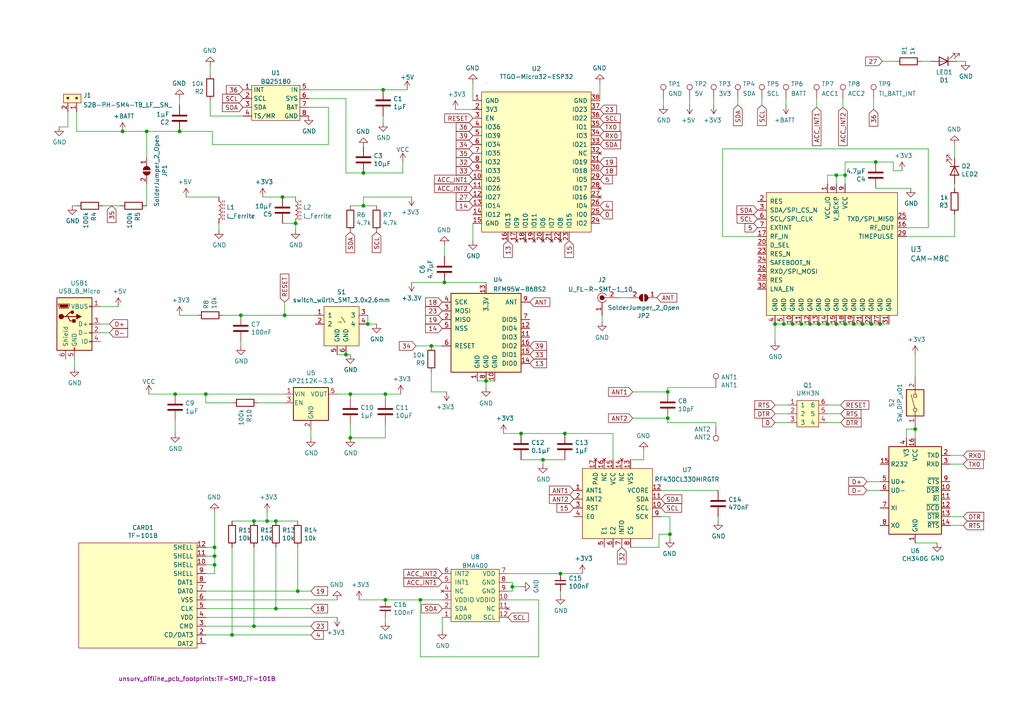
<source format=kicad_sch>
(kicad_sch (version 20231120) (generator "eeschema") (generator_version "8.0")
  (paper "A4")
  (title_block (title "unsurv offline") (date "2021-05-14") (rev "0.2") (company "unsurv") (comment 1 "on 4.5 cm x 3 cm PCB"))
  (junction (at 254 46.99))
  (junction (at 85.725 64.77))
  (junction (at 105.41 50.165))
  (junction (at 111.76 173.99))
  (junction (at 194.31 154.94))
  (junction (at 101.6 127))
  (junction (at 59.69 114.3))
  (junction (at 193.675 121.285))
  (junction (at 67.31 184.15))
  (junction (at 232.41 93.98))
  (junction (at 73.66 181.61))
  (junction (at 247.65 93.98))
  (junction (at 151.13 125.73))
  (junction (at 111.76 114.3))
  (junction (at 82.55 91.44))
  (junction (at 105.41 59.69))
  (junction (at 163.83 125.73))
  (junction (at 193.675 113.665))
  (junction (at 80.01 151.13))
  (junction (at 252.73 93.98))
  (junction (at 80.01 176.53))
  (junction (at 50.8 114.3))
  (junction (at 245.11 93.98))
  (junction (at 224.79 93.98))
  (junction (at 237.49 93.98))
  (junction (at 240.03 93.98))
  (junction (at 157.48 133.35))
  (junction (at 100.33 102.87))
  (junction (at 229.87 93.98))
  (junction (at 128.905 81.915))
  (junction (at 121.92 173.99))
  (junction (at 255.27 93.98))
  (junction (at 125.095 100.33))
  (junction (at 106.68 93.98))
  (junction (at 35.56 38.1))
  (junction (at 227.33 93.98))
  (junction (at 73.66 151.13))
  (junction (at 148.59 170.18))
  (junction (at 42.545 38.1))
  (junction (at 77.47 151.13))
  (junction (at 234.95 93.98))
  (junction (at 242.57 50.8))
  (junction (at 52.07 38.1))
  (junction (at 69.85 91.44))
  (junction (at 81.915 57.15))
  (junction (at 162.56 166.37))
  (junction (at 265.43 124.46))
  (junction (at 250.19 93.98))
  (junction (at 101.6 114.3))
  (junction (at 245.11 50.8))
  (junction (at 242.57 93.98))
  (junction (at 62.23 158.75))
  (junction (at 111.125 26.035))
  (junction (at 86.36 171.45))
  (junction (at 62.23 163.83))
  (junction (at 62.23 161.29))
  (junction (at 140.97 110.49))
  (wire (pts (xy 64.77 91.44) (xy 69.85 91.44)))
  (wire (pts (xy 89.535 26.035) (xy 111.125 26.035)))
  (wire (pts (xy 119.38 57.15) (xy 105.41 57.15)))
  (wire (pts (xy 280.035 17.78) (xy 277.495 17.78)))
  (wire (pts (xy 125.095 100.33) (xy 128.27 100.33)))
  (wire (pts (xy 100.33 28.575) (xy 100.33 50.165)))
  (wire (pts (xy 80.01 151.13) (xy 77.47 151.13)))
  (wire (pts (xy 245.11 50.8) (xy 245.11 53.34)))
  (wire (pts (xy 208.28 149.86) (xy 208.28 151.13)))
  (wire (pts (xy 109.22 93.98) (xy 106.68 93.98)))
  (wire (pts (xy 224.79 93.98) (xy 227.33 93.98)))
  (wire (pts (xy 121.92 190.5) (xy 121.92 173.99)))
  (wire (pts (xy 128.905 71.12) (xy 128.905 74.295)))
  (wire (pts (xy 177.8 125.73) (xy 163.83 125.73)))
  (wire (pts (xy 182.88 158.75) (xy 191.135 158.75)))
  (wire (pts (xy 50.8 114.3) (xy 59.69 114.3)))
  (wire (pts (xy 207.645 112.395) (xy 193.675 112.395)))
  (wire (pts (xy 247.65 93.98) (xy 250.19 93.98)))
  (wire (pts (xy 242.57 53.34) (xy 242.57 50.8)))
  (wire (pts (xy 250.19 93.98) (xy 252.73 93.98)))
  (wire (pts (xy 276.86 45.72) (xy 276.86 41.91)))
  (wire (pts (xy 101.6 114.3) (xy 111.76 114.3)))
  (wire (pts (xy 111.125 26.035) (xy 118.11 26.035)))
  (wire (pts (xy 243.84 117.475) (xy 240.03 117.475)))
  (wire (pts (xy 253.365 28.575) (xy 253.365 31.75)))
  (wire (pts (xy 43.18 114.3) (xy 50.8 114.3)))
  (wire (pts (xy 61.595 41.91) (xy 61.595 38.1)))
  (wire (pts (xy 237.49 93.98) (xy 240.03 93.98)))
  (wire (pts (xy 90.17 171.45) (xy 86.36 171.45)))
  (wire (pts (xy 104.14 173.99) (xy 111.76 173.99)))
  (wire (pts (xy 111.76 123.19) (xy 111.76 127)))
  (wire (pts (xy 276.86 68.58) (xy 276.86 62.23)))
  (wire (pts (xy 191.135 154.94) (xy 194.31 154.94)))
  (wire (pts (xy 207.645 123.825) (xy 207.645 122.555)))
  (wire (pts (xy 252.73 93.98) (xy 255.27 93.98)))
  (wire (pts (xy 229.87 93.98) (xy 232.41 93.98)))
  (wire (pts (xy 193.675 121.285) (xy 193.675 122.555)))
  (wire (pts (xy 255.27 142.24) (xy 251.46 142.24)))
  (wire (pts (xy 81.915 64.77) (xy 85.725 64.77)))
  (wire (pts (xy 59.69 114.3) (xy 82.55 114.3)))
  (wire (pts (xy 191.135 158.75) (xy 191.135 154.94)))
  (wire (pts (xy 81.915 57.15) (xy 85.725 57.15)))
  (wire (pts (xy 42.545 38.1) (xy 42.545 45.72)))
  (wire (pts (xy 34.925 59.69) (xy 29.845 59.69)))
  (wire (pts (xy 137.16 31.75) (xy 132.08 31.75)))
  (wire (pts (xy 157.48 133.35) (xy 157.48 134.62)))
  (wire (pts (xy 255.27 93.98) (xy 257.81 93.98)))
  (wire (pts (xy 209.55 43.18) (xy 209.55 68.58)))
  (wire (pts (xy 207.01 28.575) (xy 207.01 30.48)))
  (wire (pts (xy 85.725 64.77) (xy 85.725 66.675)))
  (wire (pts (xy 227.965 28.575) (xy 227.965 30.48)))
  (wire (pts (xy 240.03 93.98) (xy 242.57 93.98)))
  (wire (pts (xy 240.03 122.555) (xy 243.84 122.555)))
  (wire (pts (xy 82.55 87.63) (xy 82.55 91.44)))
  (wire (pts (xy 259.715 17.78) (xy 255.905 17.78)))
  (wire (pts (xy 59.69 166.37) (xy 62.23 166.37)))
  (wire (pts (xy 76.2 57.15) (xy 81.915 57.15)))
  (wire (pts (xy 60.96 33.655) (xy 70.485 33.655)))
  (wire (pts (xy 279.4 132.08) (xy 275.59 132.08)))
  (wire (pts (xy 193.675 122.555) (xy 207.645 122.555)))
  (wire (pts (xy 67.31 116.84) (xy 59.69 116.84)))
  (wire (pts (xy 119.38 81.915) (xy 128.905 81.915)))
  (wire (pts (xy 90.17 184.15) (xy 67.31 184.15)))
  (wire (pts (xy 228.6 122.555) (xy 224.79 122.555)))
  (wire (pts (xy 31.75 96.52) (xy 29.21 96.52)))
  (wire (pts (xy 35.56 38.1) (xy 42.545 38.1)))
  (wire (pts (xy 101.6 59.69) (xy 105.41 59.69)))
  (wire (pts (xy 53.975 57.15) (xy 63.5 57.15)))
  (wire (pts (xy 89.535 31.115) (xy 95.25 31.115)))
  (wire (pts (xy 34.29 88.9) (xy 29.21 88.9)))
  (wire (pts (xy 63.5 64.77) (xy 63.5 66.675)))
  (wire (pts (xy 82.55 116.84) (xy 74.93 116.84)))
  (wire (pts (xy 59.69 181.61) (xy 73.66 181.61)))
  (wire (pts (xy 255.27 139.7) (xy 251.46 139.7)))
  (wire (pts (xy 97.79 114.3) (xy 101.6 114.3)))
  (wire (pts (xy 86.36 171.45) (xy 59.69 171.45)))
  (wire (pts (xy 269.24 66.04) (xy 269.24 43.18)))
  (wire (pts (xy 59.69 158.75) (xy 62.23 158.75)))
  (wire (pts (xy 22.225 59.69) (xy 20.955 59.69)))
  (wire (pts (xy 192.405 28.575) (xy 192.405 30.48)))
  (wire (pts (xy 243.84 120.015) (xy 240.03 120.015)))
  (wire (pts (xy 279.4 152.4) (xy 275.59 152.4)))
  (wire (pts (xy 259.08 46.99) (xy 254 46.99)))
  (wire (pts (xy 148.59 168.91) (xy 148.59 170.18)))
  (wire (pts (xy 156.21 190.5) (xy 121.92 190.5)))
  (wire (pts (xy 60.96 19.05) (xy 60.96 21.59)))
  (wire (pts (xy 193.675 112.395) (xy 193.675 113.665)))
  (wire (pts (xy 106.68 91.44) (xy 106.68 93.98)))
  (wire (pts (xy 194.31 154.94) (xy 194.31 156.21)))
  (wire (pts (xy 151.13 133.35) (xy 157.48 133.35)))
  (wire (pts (xy 97.79 179.07) (xy 59.69 179.07)))
  (wire (pts (xy 111.76 115.57) (xy 111.76 114.3)))
  (wire (pts (xy 245.11 93.98) (xy 247.65 93.98)))
  (wire (pts (xy 59.69 161.29) (xy 62.23 161.29)))
  (wire (pts (xy 245.11 46.99) (xy 245.11 50.8)))
  (wire (pts (xy 67.31 184.15) (xy 59.69 184.15)))
  (wire (pts (xy 111.76 127) (xy 101.6 127)))
  (wire (pts (xy 69.85 99.06) (xy 69.85 100.33)))
  (wire (pts (xy 80.01 158.75) (xy 80.01 176.53)))
  (wire (pts (xy 86.36 158.75) (xy 86.36 171.45)))
  (wire (pts (xy 276.86 54.61) (xy 276.86 53.34)))
  (wire (pts (xy 269.875 17.78) (xy 267.335 17.78)))
  (wire (pts (xy 128.905 81.915) (xy 140.97 81.915)))
  (wire (pts (xy 111.76 173.99) (xy 121.92 173.99)))
  (wire (pts (xy 265.43 124.46) (xy 265.43 127)))
  (wire (pts (xy 140.97 110.49) (xy 143.51 110.49)))
  (wire (pts (xy 100.33 102.87) (xy 101.6 102.87)))
  (wire (pts (xy 148.59 170.18) (xy 151.13 170.18)))
  (wire (pts (xy 269.24 43.18) (xy 209.55 43.18)))
  (wire (pts (xy 140.97 110.49) (xy 140.97 112.395)))
  (wire (pts (xy 191.77 149.86) (xy 194.31 149.86)))
  (wire (pts (xy 262.89 127) (xy 262.89 124.46)))
  (wire (pts (xy 259.08 49.53) (xy 259.08 46.99)))
  (wire (pts (xy 105.41 59.69) (xy 109.22 59.69)))
  (wire (pts (xy 137.16 29.21) (xy 137.16 24.13)))
  (wire (pts (xy 52.07 38.1) (xy 61.595 38.1)))
  (wire (pts (xy 200.025 28.575) (xy 200.025 30.48)))
  (wire (pts (xy 125.095 107.95) (xy 125.095 113.665)))
  (wire (pts (xy 140.97 81.915) (xy 140.97 82.55)))
  (wire (pts (xy 168.91 166.37) (xy 162.56 166.37)))
  (wire (pts (xy 95.25 31.115) (xy 95.25 41.91)))
  (wire (pts (xy 101.6 115.57) (xy 101.6 114.3)))
  (wire (pts (xy 183.515 121.285) (xy 193.675 121.285)))
  (wire (pts (xy 261.62 49.53) (xy 259.08 49.53)))
  (wire (pts (xy 163.83 125.73) (xy 151.13 125.73)))
  (wire (pts (xy 101.6 127) (xy 101.6 123.19)))
  (wire (pts (xy 265.43 102.87) (xy 265.43 109.22)))
  (wire (pts (xy 52.07 91.44) (xy 57.15 91.44)))
  (wire (pts (xy 271.78 157.48) (xy 265.43 157.48)))
  (wire (pts (xy 148.59 171.45) (xy 148.59 170.18)))
  (wire (pts (xy 121.92 173.99) (xy 128.27 173.99)))
  (wire (pts (xy 95.25 41.91) (xy 61.595 41.91)))
  (wire (pts (xy 240.03 50.8) (xy 242.57 50.8)))
  (wire (pts (xy 42.545 38.1) (xy 52.07 38.1)))
  (wire (pts (xy 279.4 134.62) (xy 275.59 134.62)))
  (wire (pts (xy 62.23 148.59) (xy 62.23 158.75)))
  (wire (pts (xy 242.57 93.98) (xy 245.11 93.98)))
  (wire (pts (xy 137.16 64.77) (xy 137.16 69.85)))
  (wire (pts (xy 22.225 38.1) (xy 22.225 32.385)))
  (wire (pts (xy 60.96 33.655) (xy 60.96 29.21)))
  (wire (pts (xy 220.98 28.575) (xy 220.98 30.48)))
  (wire (pts (xy 146.05 125.73) (xy 151.13 125.73)))
  (wire (pts (xy 105.41 50.165) (xy 116.84 50.165)))
  (wire (pts (xy 120.65 100.33) (xy 125.095 100.33)))
  (wire (pts (xy 111.76 179.07) (xy 111.76 180.34)))
  (wire (pts (xy 97.79 102.87) (xy 100.33 102.87)))
  (wire (pts (xy 21.59 106.68) (xy 21.59 104.14)))
  (wire (pts (xy 227.33 93.98) (xy 229.87 93.98)))
  (wire (pts (xy 19.685 36.83) (xy 17.145 36.83)))
  (wire (pts (xy 111.76 114.3) (xy 116.205 114.3)))
  (wire (pts (xy 52.07 28.575) (xy 52.07 30.48)))
  (wire (pts (xy 224.79 99.06) (xy 224.79 93.98)))
  (wire (pts (xy 262.89 68.58) (xy 276.86 68.58)))
  (wire (pts (xy 73.66 158.75) (xy 73.66 181.61)))
  (wire (pts (xy 240.03 53.34) (xy 240.03 50.8)))
  (wire (pts (xy 62.23 158.75) (xy 62.23 161.29)))
  (wire (pts (xy 82.55 91.44) (xy 91.44 91.44)))
  (wire (pts (xy 228.6 117.475) (xy 224.79 117.475)))
  (wire (pts (xy 90.17 176.53) (xy 80.01 176.53)))
  (wire (pts (xy 173.99 29.21) (xy 173.99 24.13)))
  (wire (pts (xy 186.69 130.81) (xy 186.69 133.35)))
  (wire (pts (xy 50.8 125.73) (xy 50.8 121.92)))
  (wire (pts (xy 209.55 68.58) (xy 219.71 68.58)))
  (wire (pts (xy 254 54.61) (xy 264.16 54.61)))
  (wire (pts (xy 262.89 124.46) (xy 265.43 124.46)))
  (wire (pts (xy 147.32 171.45) (xy 148.59 171.45)))
  (wire (pts (xy 177.8 133.35) (xy 177.8 125.73)))
  (wire (pts (xy 156.21 173.99) (xy 156.21 190.5)))
  (wire (pts (xy 147.32 168.91) (xy 148.59 168.91)))
  (wire (pts (xy 89.535 28.575) (xy 100.33 28.575)))
  (wire (pts (xy 42.545 53.34) (xy 42.545 59.69)))
  (wire (pts (xy 69.85 91.44) (xy 82.55 91.44)))
  (wire (pts (xy 116.84 50.165) (xy 116.84 46.99)))
  (wire (pts (xy 236.855 28.575) (xy 236.855 31.115)))
  (wire (pts (xy 213.995 28.575) (xy 213.995 30.48)))
  (wire (pts (xy 97.79 173.99) (xy 59.69 173.99)))
  (wire (pts (xy 73.66 181.61) (xy 90.17 181.61)))
  (wire (pts (xy 67.31 158.75) (xy 67.31 184.15)))
  (wire (pts (xy 279.4 149.86) (xy 275.59 149.86)))
  (wire (pts (xy 77.47 151.13) (xy 77.47 148.59)))
  (wire (pts (xy 242.57 50.8) (xy 245.11 50.8)))
  (wire (pts (xy 80.01 176.53) (xy 59.69 176.53)))
  (wire (pts (xy 179.705 86.36) (xy 182.88 86.36)))
  (wire (pts (xy 244.475 28.575) (xy 244.475 31.115)))
  (wire (pts (xy 19.685 32.385) (xy 19.685 36.83)))
  (wire (pts (xy 138.43 110.49) (xy 140.97 110.49)))
  (wire (pts (xy 100.33 50.165) (xy 105.41 50.165)))
  (wire (pts (xy 35.56 38.1) (xy 22.225 38.1)))
  (wire (pts (xy 186.69 133.35) (xy 182.88 133.35)))
  (wire (pts (xy 59.69 116.84) (xy 59.69 114.3)))
  (wire (pts (xy 31.75 93.98) (xy 29.21 93.98)))
  (wire (pts (xy 191.77 142.24) (xy 208.28 142.24)))
  (wire (pts (xy 234.95 93.98) (xy 237.49 93.98)))
  (wire (pts (xy 59.69 163.83) (xy 62.23 163.83)))
  (wire (pts (xy 62.23 163.83) (xy 62.23 166.37)))
  (wire (pts (xy 147.32 166.37) (xy 162.56 166.37)))
  (wire (pts (xy 163.83 133.35) (xy 157.48 133.35)))
  (wire (pts (xy 147.32 173.99) (xy 156.21 173.99)))
  (wire (pts (xy 86.36 151.13) (xy 80.01 151.13)))
  (wire (pts (xy 183.515 113.665) (xy 193.675 113.665)))
  (wire (pts (xy 62.23 161.29) (xy 62.23 163.83)))
  (wire (pts (xy 129.54 113.665) (xy 125.095 113.665)))
  (wire (pts (xy 174.625 91.44) (xy 174.625 93.345)))
  (wire (pts (xy 67.31 151.13) (xy 73.66 151.13)))
  (wire (pts (xy 111.125 35.56) (xy 111.125 33.655)))
  (wire (pts (xy 162.56 171.45) (xy 162.56 172.72)))
  (wire (pts (xy 105.41 57.15) (xy 105.41 59.69)))
  (wire (pts (xy 232.41 93.98) (xy 234.95 93.98)))
  (wire (pts (xy 194.31 149.86) (xy 194.31 154.94)))
  (wire (pts (xy 228.6 120.015) (xy 224.79 120.015)))
  (wire (pts (xy 254 46.99) (xy 245.11 46.99)))
  (wire (pts (xy 73.66 151.13) (xy 77.47 151.13)))
  (wire (pts (xy 90.17 124.46) (xy 90.17 127)))
  (wire (pts (xy 128.27 179.07) (xy 128.27 182.88)))
  (wire (pts (xy 262.89 66.04) (xy 269.24 66.04)))
  (global_label "RX0" (shape input) (at 173.99 39.37 0) (property "Intersheetrefs" "${INTERSHEET_REFS}" (effects (hide yes))))
  (global_label "ACC_INT1" (shape input) (at 128.27 168.91 180) (property "Intersheetrefs" "${INTERSHEET_REFS}" (effects (hide yes))))
  (global_label "34" (shape input) (at 120.65 100.33 180) (property "Intersheetrefs" "${INTERSHEET_REFS}" (effects (hide yes))))
  (global_label "SDA" (shape input) (at 219.71 60.96 180) (property "Intersheetrefs" "${INTERSHEET_REFS}" (effects (hide yes))))
  (global_label "18" (shape input) (at 173.99 49.53 0) (property "Intersheetrefs" "${INTERSHEET_REFS}" (effects (hide yes))))
  (global_label "18" (shape input) (at 128.27 87.63 180) (property "Intersheetrefs" "${INTERSHEET_REFS}" (effects (hide yes))))
  (global_label "13" (shape input) (at 147.32 69.85 270) (property "Intersheetrefs" "${INTERSHEET_REFS}" (effects (hide yes))))
  (global_label "ACC_INT2" (shape input) (at 137.16 54.61 180) (property "Intersheetrefs" "${INTERSHEET_REFS}" (effects (hide yes))))
  (global_label "TX0" (shape input) (at 173.99 36.83 0) (property "Intersheetrefs" "${INTERSHEET_REFS}" (effects (hide yes))))
  (global_label "SDA" (shape input) (at 70.485 31.115 180) (property "Intersheetrefs" "${INTERSHEET_REFS}" (effects (hide yes))))
  (global_label "36" (shape input) (at 70.485 26.035 180) (property "Intersheetrefs" "${INTERSHEET_REFS}" (effects (hide yes))))
  (global_label "15" (shape input) (at 166.37 147.32 180) (property "Intersheetrefs" "${INTERSHEET_REFS}" (effects (hide yes))))
  (global_label "RESET" (shape input) (at 243.84 117.475 0) (property "Intersheetrefs" "${INTERSHEET_REFS}" (effects (hide yes))))
  (global_label "ACC_INT2" (shape input) (at 244.475 31.115 270) (property "Intersheetrefs" "${INTERSHEET_REFS}" (effects (hide yes))))
  (global_label "SDA" (shape input) (at 173.99 41.91 0) (property "Intersheetrefs" "${INTERSHEET_REFS}" (effects (hide yes))))
  (global_label "ANT1" (shape input) (at 166.37 142.24 180) (property "Intersheetrefs" "${INTERSHEET_REFS}" (effects (hide yes))))
  (global_label "D-" (shape input) (at 251.46 142.24 180) (property "Intersheetrefs" "${INTERSHEET_REFS}" (effects (hide yes))))
  (global_label "RTS" (shape input) (at 224.79 117.475 180) (property "Intersheetrefs" "${INTERSHEET_REFS}" (effects (hide yes))))
  (global_label "ANT2" (shape input) (at 166.37 144.78 180) (property "Intersheetrefs" "${INTERSHEET_REFS}" (effects (hide yes))))
  (global_label "33" (shape input) (at 153.67 102.87 0) (property "Intersheetrefs" "${INTERSHEET_REFS}" (effects (hide yes))))
  (global_label "19" (shape input) (at 128.27 92.71 180) (property "Intersheetrefs" "${INTERSHEET_REFS}" (effects (hide yes))))
  (global_label "4" (shape input) (at 173.99 59.69 0) (property "Intersheetrefs" "${INTERSHEET_REFS}" (effects (hide yes))))
  (global_label "RESET" (shape input) (at 82.55 87.63 90) (property "Intersheetrefs" "${INTERSHEET_REFS}" (effects (hide yes))))
  (global_label "39" (shape input) (at 153.67 100.33 0) (property "Intersheetrefs" "${INTERSHEET_REFS}" (effects (hide yes))))
  (global_label "5" (shape input) (at 173.99 52.07 0) (property "Intersheetrefs" "${INTERSHEET_REFS}" (effects (hide yes))))
  (global_label "DTR" (shape input) (at 224.79 120.015 180) (property "Intersheetrefs" "${INTERSHEET_REFS}" (effects (hide yes))))
  (global_label "23" (shape input) (at 173.99 31.75 0) (property "Intersheetrefs" "${INTERSHEET_REFS}" (effects (hide yes))))
  (global_label "0" (shape input) (at 173.99 62.23 0) (property "Intersheetrefs" "${INTERSHEET_REFS}" (effects (hide yes))))
  (global_label "36" (shape input) (at 137.16 36.83 180) (property "Intersheetrefs" "${INTERSHEET_REFS}" (effects (hide yes))))
  (global_label "SCL" (shape input) (at 70.485 28.575 180) (property "Intersheetrefs" "${INTERSHEET_REFS}" (effects (hide yes))))
  (global_label "SCL" (shape input) (at 220.98 30.48 270) (property "Intersheetrefs" "${INTERSHEET_REFS}" (effects (hide yes))))
  (global_label "D-" (shape input) (at 31.75 96.52 0) (property "Intersheetrefs" "${INTERSHEET_REFS}" (effects (hide yes))))
  (global_label "SDA" (shape input) (at 101.6 67.31 270) (property "Intersheetrefs" "${INTERSHEET_REFS}" (effects (hide yes))))
  (global_label "RTS" (shape input) (at 279.4 152.4 0) (property "Intersheetrefs" "${INTERSHEET_REFS}" (effects (hide yes))))
  (global_label "SCL" (shape input) (at 173.99 34.29 0) (property "Intersheetrefs" "${INTERSHEET_REFS}" (effects (hide yes))))
  (global_label "23" (shape input) (at 128.27 90.17 180) (property "Intersheetrefs" "${INTERSHEET_REFS}" (effects (hide yes))))
  (global_label "0" (shape input) (at 224.79 122.555 180) (property "Intersheetrefs" "${INTERSHEET_REFS}" (effects (hide yes))))
  (global_label "15" (shape input) (at 165.1 69.85 270) (property "Intersheetrefs" "${INTERSHEET_REFS}" (effects (hide yes))))
  (global_label "ANT2" (shape input) (at 183.515 121.285 180) (property "Intersheetrefs" "${INTERSHEET_REFS}" (effects (hide yes))))
  (global_label "ACC_INT2" (shape input) (at 128.27 166.37 180) (property "Intersheetrefs" "${INTERSHEET_REFS}" (effects (hide yes))))
  (global_label "ACC_INT1" (shape input) (at 137.16 52.07 180) (property "Intersheetrefs" "${INTERSHEET_REFS}" (effects (hide yes))))
  (global_label "SCL" (shape input) (at 147.32 179.07 0) (property "Intersheetrefs" "${INTERSHEET_REFS}" (effects (hide yes))))
  (global_label "35" (shape input) (at 32.385 59.69 270) (property "Intersheetrefs" "${INTERSHEET_REFS}" (effects (hide yes))))
  (global_label "SDA" (shape input) (at 213.995 30.48 270) (property "Intersheetrefs" "${INTERSHEET_REFS}" (effects (hide yes))))
  (global_label "39" (shape input) (at 137.16 39.37 180) (property "Intersheetrefs" "${INTERSHEET_REFS}" (effects (hide yes))))
  (global_label "SCL" (shape input) (at 109.22 67.31 270) (property "Intersheetrefs" "${INTERSHEET_REFS}" (effects (hide yes))))
  (global_label "RTS" (shape input) (at 243.84 120.015 0) (property "Intersheetrefs" "${INTERSHEET_REFS}" (effects (hide yes))))
  (global_label "RESET" (shape input) (at 137.16 34.29 180) (property "Intersheetrefs" "${INTERSHEET_REFS}" (effects (hide yes))))
  (global_label "D+" (shape input) (at 31.75 93.98 0) (property "Intersheetrefs" "${INTERSHEET_REFS}" (effects (hide yes))))
  (global_label "19" (shape input) (at 90.17 171.45 0) (property "Intersheetrefs" "${INTERSHEET_REFS}" (effects (hide yes))))
  (global_label "33" (shape input) (at 137.16 49.53 180) (property "Intersheetrefs" "${INTERSHEET_REFS}" (effects (hide yes))))
  (global_label "32" (shape input) (at 180.34 158.75 270) (property "Intersheetrefs" "${INTERSHEET_REFS}" (effects (hide yes))))
  (global_label "32" (shape input) (at 137.16 46.99 180) (property "Intersheetrefs" "${INTERSHEET_REFS}" (effects (hide yes))))
  (global_label "ANT" (shape input) (at 190.5 86.36 0) (property "Intersheetrefs" "${INTERSHEET_REFS}" (effects (hide yes))))
  (global_label "36" (shape input) (at 253.365 31.75 270) (property "Intersheetrefs" "${INTERSHEET_REFS}" (effects (hide yes))))
  (global_label "14" (shape input) (at 137.16 59.69 180) (property "Intersheetrefs" "${INTERSHEET_REFS}" (effects (hide yes))))
  (global_label "ACC_INT1" (shape input) (at 236.855 31.115 270) (property "Intersheetrefs" "${INTERSHEET_REFS}" (effects (hide yes))))
  (global_label "DTR" (shape input) (at 279.4 149.86 0) (property "Intersheetrefs" "${INTERSHEET_REFS}" (effects (hide yes))))
  (global_label "SCL" (shape input) (at 219.71 63.5 180) (property "Intersheetrefs" "${INTERSHEET_REFS}" (effects (hide yes))))
  (global_label "DTR" (shape input) (at 243.84 122.555 0) (property "Intersheetrefs" "${INTERSHEET_REFS}" (effects (hide yes))))
  (global_label "SDA" (shape input) (at 128.27 176.53 180) (property "Intersheetrefs" "${INTERSHEET_REFS}" (effects (hide yes))))
  (global_label "13" (shape input) (at 153.67 105.41 0) (property "Intersheetrefs" "${INTERSHEET_REFS}" (effects (hide yes))))
  (global_label "ANT" (shape input) (at 153.67 87.63 0) (property "Intersheetrefs" "${INTERSHEET_REFS}" (effects (hide yes))))
  (global_label "TX0" (shape input) (at 279.4 134.62 0) (property "Intersheetrefs" "${INTERSHEET_REFS}" (effects (hide yes))))
  (global_label "4" (shape input) (at 90.17 184.15 0) (property "Intersheetrefs" "${INTERSHEET_REFS}" (effects (hide yes))))
  (global_label "27" (shape input) (at 137.16 57.15 180) (property "Intersheetrefs" "${INTERSHEET_REFS}" (effects (hide yes))))
  (global_label "34" (shape input) (at 137.16 41.91 180) (property "Intersheetrefs" "${INTERSHEET_REFS}" (effects (hide yes))))
  (global_label "SCL" (shape input) (at 191.77 147.32 0) (property "Intersheetrefs" "${INTERSHEET_REFS}" (effects (hide yes))))
  (global_label "19" (shape input) (at 173.99 46.99 0) (property "Intersheetrefs" "${INTERSHEET_REFS}" (effects (hide yes))))
  (global_label "5" (shape input) (at 219.71 66.04 180) (property "Intersheetrefs" "${INTERSHEET_REFS}" (effects (hide yes))))
  (global_label "27" (shape input) (at 255.905 17.78 180) (property "Intersheetrefs" "${INTERSHEET_REFS}" (effects (hide yes))))
  (global_label "D+" (shape input) (at 251.46 139.7 180) (property "Intersheetrefs" "${INTERSHEET_REFS}" (effects (hide yes))))
  (global_label "35" (shape input) (at 137.16 44.45 180) (property "Intersheetrefs" "${INTERSHEET_REFS}" (effects (hide yes))))
  (global_label "SDA" (shape input) (at 191.77 144.78 0) (property "Intersheetrefs" "${INTERSHEET_REFS}" (effects (hide yes))))
  (global_label "14" (shape input) (at 128.27 95.25 180) (property "Intersheetrefs" "${INTERSHEET_REFS}" (effects (hide yes))))
  (global_label "ANT1" (shape input) (at 183.515 113.665 180) (property "Intersheetrefs" "${INTERSHEET_REFS}" (effects (hide yes))))
  (global_label "RX0" (shape input) (at 279.4 132.08 0) (property "Intersheetrefs" "${INTERSHEET_REFS}" (effects (hide yes))))
  (global_label "23" (shape input) (at 90.17 181.61 0) (property "Intersheetrefs" "${INTERSHEET_REFS}" (effects (hide yes))))
  (global_label "18" (shape input) (at 90.17 176.53 0) (property "Intersheetrefs" "${INTERSHEET_REFS}" (effects (hide yes))))
  (symbol (lib_id "power:GND") (at 21.59 106.68 0) (unit 1)
    (property "Reference" "#PWR038" (effects (hide yes)))
    (property "Value" "GND" (at 21.717 111.0742 0))
  )
  (symbol (lib_id "power:+5V") (at 34.29 88.9 0) (unit 1)
    (property "Reference" "#PWR030" (effects (hide yes)))
    (property "Value" "+5V" (at 34.671 84.5058 0))
  )
  (symbol (lib_id "Device:R") (at 67.31 154.94 0) (unit 1)
    (property "Reference" "R11" (at 69.088 153.7716 0) (effects (justify left)))
    (property "Value" "10k" (at 69.088 156.083 0) (effects (justify left)))
    (property "Footprint" "Resistor_SMD:R_0603_1608Metric" (effects (hide yes)))
  )
  (symbol (lib_id "Device:R") (at 73.66 154.94 0) (unit 1)
    (property "Reference" "R12" (at 75.438 153.7716 0) (effects (justify left)))
    (property "Value" "10k" (at 75.438 156.083 0) (effects (justify left)))
    (property "Footprint" "Resistor_SMD:R_0603_1608Metric" (effects (hide yes)))
  )
  (symbol (lib_id "Device:R") (at 80.01 154.94 0) (unit 1)
    (property "Reference" "R13" (at 81.788 153.7716 0) (effects (justify left)))
    (property "Value" "10k" (at 81.788 156.083 0) (effects (justify left)))
    (property "Footprint" "Resistor_SMD:R_0603_1608Metric" (effects (hide yes)))
  )
  (symbol (lib_id "Device:R") (at 86.36 154.94 0) (unit 1)
    (property "Reference" "R14" (at 88.138 153.7716 0) (effects (justify left)))
    (property "Value" "10k" (at 88.138 156.083 0) (effects (justify left)))
    (property "Footprint" "Resistor_SMD:R_0603_1608Metric" (effects (hide yes)))
  )
  (symbol (lib_id "power:GND") (at 97.79 173.99 180) (unit 1)
    (property "Reference" "#PWR057" (effects (hide yes)))
    (property "Value" "GND" (at 97.663 169.5958 0))
  )
  (symbol (lib_id "power:GND") (at 62.23 148.59 180) (unit 1)
    (property "Reference" "#PWR049" (effects (hide yes)))
    (property "Value" "GND" (at 62.103 144.1958 0))
  )
  (symbol (lib_id "Device:R") (at 101.6 63.5 0) (unit 1)
    (property "Reference" "R6" (at 103.378 62.3316 0) (effects (justify left)))
    (property "Value" "4.7k" (at 103.378 64.643 0) (effects (justify left)))
    (property "Footprint" "Resistor_SMD:R_0603_1608Metric" (effects (hide yes)))
  )
  (symbol (lib_id "Device:R") (at 109.22 63.5 0) (unit 1)
    (property "Reference" "R7" (at 110.998 62.3316 0) (effects (justify left)))
    (property "Value" "4.7k" (at 110.998 64.643 0) (effects (justify left)))
    (property "Footprint" "Resistor_SMD:R_0603_1608Metric" (effects (hide yes)))
  )
  (symbol (lib_id "unsurv_offline_pcb_symbols:TF-101B") (at 57.15 186.69 0) (unit 1)
    (property "Reference" "CARD1" (at 41.4782 153.035 0))
    (property "Value" "TF-101B" (at 41.4782 155.3464 0))
    (property "Footprint" "unsurv_offline_pcb_footprints:TF-SMD_TF-101B" (at 57.15 196.85 0))
    (property "Datasheet" "https://datasheet.lcsc.com/lcsc/2109061830_XUNPU-TF-101B_C266608.pdf" (effects (hide yes)))
    (property "OC_LCSC" "C266608" (effects (hide yes)))
    (property "MPN" "TF-101B" (effects (hide yes)))
  )
  (symbol (lib_id "Interface_USB:CH340G") (at 265.43 142.24 0) (unit 1)
    (property "Reference" "U6" (at 265.43 159.7406 0))
    (property "Value" "CH340G" (at 265.43 162.052 0))
    (property "Footprint" "Package_SO:SOIC-16_3.9x9.9mm_P1.27mm" (effects (hide yes)))
    (property "Datasheet" "http://www.datasheet5.com/pdf-local-2195953" (effects (hide yes)))
    (property "OC_LCSC" "C14267" (effects (hide yes)))
    (property "MFN" "CH340G" (effects (hide yes)))
  )
  (symbol (lib_id "unsurv_offline_pcb_symbols:UMH3N") (at 233.68 120.015 0) (unit 1)
    (property "Reference" "Q1" (at 234.315 111.76 0))
    (property "Value" "UMH3N" (at 234.315 114.0714 0))
    (property "Footprint" "unsurv_offline_pcb_footprints:UMH3N" (effects (hide yes)))
  )
  (symbol (lib_id "power:GND") (at 271.78 157.48 0) (unit 1)
    (property "Reference" "#PWR053" (effects (hide yes)))
    (property "Value" "GND" (at 271.907 161.8742 0))
  )
  (symbol (lib_id "Device:LED") (at 273.685 17.78 180) (unit 1)
    (property "Reference" "D1" (at 273.8628 23.2664 0))
    (property "Value" "LED1" (at 273.8628 20.955 0))
    (property "Footprint" "digikey-footprints:LED_0603" (effects (hide yes)))
    (property "Datasheet" "https://www.mouser.de/datasheet/2/216/APHD1608LSURCK-1100899.pdf" (effects (hide yes)))
    (property "MFG" "Kingbright" (effects (hide yes)))
    (property "MFN" "APHD1608LSURCK" (effects (hide yes)))
  )
  (symbol (lib_id "Device:R") (at 263.525 17.78 90) (unit 1)
    (property "Reference" "R1" (at 262.3566 16.002 0) (effects (justify left)))
    (property "Value" "1k" (at 264.668 16.002 0) (effects (justify left)))
    (property "Footprint" "Resistor_SMD:R_0603_1608Metric" (effects (hide yes)))
  )
  (symbol (lib_id "Device:R") (at 60.96 91.44 90) (unit 1)
    (property "Reference" "R8" (at 59.7916 89.662 0) (effects (justify left)))
    (property "Value" "10k" (at 62.103 89.662 0) (effects (justify left)))
    (property "Footprint" "Resistor_SMD:R_0603_1608Metric" (effects (hide yes)))
  )
  (symbol (lib_id "Device:LED") (at 276.86 49.53 270) (unit 1)
    (property "Reference" "D2" (at 278.8412 48.1838 90) (effects (justify left)))
    (property "Value" "LED2" (at 278.8412 50.4952 90) (effects (justify left)))
    (property "Footprint" "digikey-footprints:LED_0603" (effects (hide yes)))
    (property "Datasheet" "https://www.mouser.de/datasheet/2/216/APTD1608LCGCK-1102124.pdf" (effects (hide yes)))
    (property "MFN" "APTD1608LCGCK" (effects (hide yes)))
    (property "MFG" "Kingbright" (effects (hide yes)))
  )
  (symbol (lib_id "Device:R") (at 276.86 58.42 180) (unit 1)
    (property "Reference" "R3" (at 275.082 59.5884 0) (effects (justify left)))
    (property "Value" "1k" (at 275.082 57.277 0) (effects (justify left)))
    (property "Footprint" "Resistor_SMD:R_0603_1608Metric" (effects (hide yes)))
  )
  (symbol (lib_id "power:GND") (at 276.86 41.91 180) (unit 1)
    (property "Reference" "#PWR016" (effects (hide yes)))
    (property "Value" "GND" (at 276.733 37.5158 0))
  )
  (symbol (lib_id "power:GND") (at 109.22 93.98 0) (unit 1)
    (property "Reference" "#PWR033" (effects (hide yes)))
    (property "Value" "GND" (at 109.347 98.3742 0))
  )
  (symbol (lib_id "Device:C") (at 69.85 95.25 0) (unit 1)
    (property "Reference" "C7" (at 72.771 94.0816 0) (effects (justify left)))
    (property "Value" "100nF" (at 72.771 96.393 0) (effects (justify left)))
    (property "Footprint" "Capacitor_SMD:C_0603_1608Metric" (effects (hide yes)))
  )
  (symbol (lib_id "power:GND") (at 69.85 100.33 0) (unit 1)
    (property "Reference" "#PWR035" (effects (hide yes)))
    (property "Value" "GND" (at 69.977 104.7242 0))
  )
  (symbol (lib_id "Regulator_Linear:AP2112K-3.3") (at 90.17 116.84 0) (unit 1)
    (property "Reference" "U5" (at 90.17 108.1532 0))
    (property "Value" "AP2112K-3.3" (at 90.17 110.4646 0))
    (property "Footprint" "Package_TO_SOT_SMD:SOT-23-5" (effects (hide yes)))
    (property "Datasheet" "https://www.diodes.com/assets/Datasheets/AP2112.pdf" (effects (hide yes)))
    (property "MFG" "Diodes Incorporated" (effects (hide yes)))
    (property "MFN" "AP2112K-3.3TRG1" (effects (hide yes)))
  )
  (symbol (lib_id "Device:R") (at 71.12 116.84 270) (unit 1)
    (property "Reference" "R10" (at 72.2884 118.618 0) (effects (justify left)))
    (property "Value" "100k" (at 69.977 118.618 0) (effects (justify left)))
    (property "Footprint" "Resistor_SMD:R_0603_1608Metric" (effects (hide yes)))
  )
  (symbol (lib_id "power:GND") (at 90.17 127 0) (unit 1)
    (property "Reference" "#PWR045" (effects (hide yes)))
    (property "Value" "GND" (at 90.297 131.3942 0))
  )
  (symbol (lib_id "Device:C") (at 50.8 118.11 180) (unit 1)
    (property "Reference" "C9" (at 53.721 116.9416 0) (effects (justify right)))
    (property "Value" "1µF" (at 53.721 119.253 0) (effects (justify right)))
    (property "Footprint" "Capacitor_SMD:C_0603_1608Metric" (effects (hide yes)))
  )
  (symbol (lib_id "Device:C") (at 101.6 119.38 180) (unit 1)
    (property "Reference" "C10" (at 104.521 118.2116 0) (effects (justify right)))
    (property "Value" "1µF" (at 104.521 120.523 0) (effects (justify right)))
    (property "Footprint" "Capacitor_SMD:C_0603_1608Metric" (effects (hide yes)))
  )
  (symbol (lib_id "power:GND") (at 101.6 127 0) (unit 1)
    (property "Reference" "#PWR046" (effects (hide yes)))
    (property "Value" "GND" (at 101.727 131.3942 0))
  )
  (symbol (lib_id "power:GND") (at 280.035 17.78 0) (unit 1)
    (property "Reference" "#PWR01" (effects (hide yes)))
    (property "Value" "GND" (at 280.162 22.1742 0))
  )
  (symbol (lib_id "Switch:SW_DIP_x01") (at 265.43 116.84 90) (unit 1)
    (property "Reference" "S2" (at 258.6482 116.84 0))
    (property "Value" "SW_DIP_x01" (at 260.9596 116.84 0))
    (property "Footprint" "unsurv_offline_pcb_footprints:CHS-01TA" (effects (hide yes)))
    (property "Datasheet" "https://www.mouser.de/datasheet/2/972/chs-1827180.pdf" (effects (hide yes)))
    (property "MPN" "CHS-01TA" (effects (hide yes)))
    (property "MFG" "Nidec Components" (effects (hide yes)))
  )
  (symbol (lib_id "Connector:USB_B_Micro") (at 21.59 93.98 0) (unit 1)
    (property "Reference" "USB1" (at 23.0378 82.1182 0))
    (property "Value" "USB_B_Micro" (at 23.0378 84.4296 0))
    (property "Footprint" "Connector_USB:USB_Micro-B_Amphenol_10103594-0001LF_Horizontal" (effects (hide yes)))
    (property "Datasheet" "https://www.mouser.de/ProductDetail/Amphenol-FCI/10103594-0001LF?qs=EnLMdcWnKABYZwdMsmC%2Fag%3D%3D" (effects (hide yes)))
    (property "MPN" "10103594-0001LF" (effects (hide yes)))
    (property "MFG" "Amphenol FCI" (effects (hide yes)))
  )
  (symbol (lib_id "Device:C") (at 111.76 119.38 180) (unit 1)
    (property "Reference" "C11" (at 114.681 118.2116 0) (effects (justify right)))
    (property "Value" "10µF" (at 114.681 120.523 0) (effects (justify right)))
    (property "Footprint" "Capacitor_SMD:C_0603_1608Metric" (effects (hide yes)))
  )
  (symbol (lib_id "dk_RF-Receivers:CAM-M8C-0-10") (at 240.03 68.58 0) (unit 1)
    (property "Reference" "U3" (at 264.0076 72.3138 0) (effects (font (size 1.524 1.524)) (justify left)))
    (property "Value" "CAM-M8C" (at 264.0076 75.0062 0) (effects (font (size 1.524 1.524)) (justify left)))
    (property "Footprint" "digikey-footprints:GPS_Module_CAM-M8C-0" (effects (hide yes)))
    (property "Datasheet" "https://www.u-blox.com/sites/default/files/CAM-M8-FW3_DataSheet_%28UBX-15031574%29.pdf" (effects (hide yes)))
    (property "Description" "RF RCVR GNSS/GPS 1.575GHZ MODULE" (effects (hide yes)))
    (property "Digi-Key_PN" "672-CAM-M8C-0-10CT-ND" (effects (hide yes)))
    (property "MPN" "CAM-M8C-0-10" (effects (hide yes)))
    (property "Category" "RF/IF and RFID" (effects (hide yes)))
    (property "Family" "RF Receivers" (effects (hide yes)))
    (property "DK_Datasheet_Link" "https://www.u-blox.com/sites/default/files/CAM-M8-FW3_DataSheet_%28UBX-15031574%29.pdf" (effects (hide yes)))
    (property "DK_Detail_Page" "/product-detail/en/u-blox-america-inc/CAM-M8C-0-10/672-CAM-M8C-0-10CT-ND/6150677" (effects (hide yes)))
    (property "Manufacturer" "U-Blox America Inc." (effects (hide yes)))
    (property "Status" "Active" (effects (hide yes)))
  )
  (symbol (lib_id "Device:C") (at 193.675 117.475 0) (unit 1)
    (property "Reference" "C8" (at 196.596 116.3066 0) (effects (justify left)))
    (property "Value" "10pF" (at 196.596 118.618 0) (effects (justify left)))
    (property "Footprint" "Capacitor_SMD:C_0603_1608Metric" (effects (hide yes)))
    (property "MFN" "GCM1885C2A100FA16J" (effects (hide yes)))
    (property "MFG" "Murata Electronics" (effects (hide yes)))
  )
  (symbol (lib_id "Connector:TestPoint") (at 207.645 112.395 0) (unit 1)
    (property "Reference" "ANT1" (at 209.1182 109.3978 0) (effects (justify left)))
    (property "Value" "ANT1" (at 209.1182 111.7092 0) (effects (justify left)))
    (property "Footprint" "unsurv_offline_pcb_footprints:PogoPin_2_2mm_circular" (effects (hide yes)))
    (property "Datasheet" "https://www.mouser.de/datasheet/2/181/P70_10X-1018735.pdf" (effects (hide yes)))
    (property "MPN" "P70-1010045R" (effects (hide yes)))
    (property "MFG" "Harwin" (effects (hide yes)))
  )
  (symbol (lib_id "Connector:TestPoint") (at 207.645 123.825 180) (unit 1)
    (property "Reference" "ANT2" (at 206.1718 126.8222 0) (effects (justify left)))
    (property "Value" "ANT2" (at 206.1718 124.5108 0) (effects (justify left)))
    (property "Footprint" "unsurv_offline_pcb_footprints:PogoPin_2_2mm_circular" (effects (hide yes)))
    (property "Datasheet" "https://www.mouser.de/datasheet/2/181/P70_10X-1018735.pdf" (effects (hide yes)))
    (property "MPN" "P70-1010045R" (effects (hide yes)))
    (property "MFG" "Harwin" (effects (hide yes)))
  )
  (symbol (lib_id "Device:C") (at 254 50.8 180) (unit 1)
    (property "Reference" "C4" (at 251.079 51.9684 0) (effects (justify left)))
    (property "Value" "4.7µF" (at 251.079 49.657 0) (effects (justify left)))
    (property "Footprint" "Capacitor_SMD:C_0603_1608Metric" (effects (hide yes)))
  )
  (symbol (lib_id "power:GND") (at 264.16 54.61 0) (unit 1)
    (property "Reference" "#PWR020" (effects (hide yes)))
    (property "Value" "GND" (at 264.287 59.0042 0))
  )
  (symbol (lib_id "unsurv_offline_pcb_symbols:TTGO-Micro32-ESP32") (at 154.94 44.45 0) (unit 1)
    (property "Reference" "U2" (at 155.575 19.939 0))
    (property "Value" "TTGO-Micro32-ESP32" (at 155.575 22.2504 0))
    (property "Footprint" "unsurv_offline_pcb_footprints:TTGO-Micro32-ESP32" (effects (hide yes)))
  )
  (symbol (lib_id "power:+3V3") (at 132.08 31.75 0) (unit 1)
    (property "Reference" "#PWR011" (effects (hide yes)))
    (property "Value" "+3V3" (at 132.461 27.3558 0))
  )
  (symbol (lib_id "Device:C") (at 208.28 146.05 0) (unit 1)
    (property "Reference" "C14" (at 211.201 144.8816 0) (effects (justify left)))
    (property "Value" "470nF" (at 211.201 147.193 0) (effects (justify left)))
    (property "Footprint" "Capacitor_SMD:C_0603_1608Metric" (effects (hide yes)))
    (property "Datasheet" "https://www.mouser.de/datasheet/2/281/1/GRM188R61E474KA12_01A-1985832.pdf" (effects (hide yes)))
    (property "MFG" "Murata Electronics" (effects (hide yes)))
    (property "MFN" "GRM188R61E474KA12D" (effects (hide yes)))
  )
  (symbol (lib_id "power:GND") (at 208.28 151.13 0) (unit 1)
    (property "Reference" "#PWR051" (effects (hide yes)))
    (property "Value" "GND" (at 208.407 155.5242 0))
  )
  (symbol (lib_id "power:GND") (at 101.6 102.87 0) (unit 1)
    (property "Reference" "#PWR036" (effects (hide yes)))
    (property "Value" "GND" (at 101.727 107.2642 0))
  )
  (symbol (lib_id "power:GND") (at 137.16 24.13 180) (unit 1)
    (property "Reference" "#PWR03" (effects (hide yes)))
    (property "Value" "GND" (at 137.033 19.7358 0))
  )
  (symbol (lib_id "power:GND") (at 173.99 24.13 180) (unit 1)
    (property "Reference" "#PWR04" (effects (hide yes)))
    (property "Value" "GND" (at 173.863 19.7358 0))
  )
  (symbol (lib_id "power:GND") (at 137.16 69.85 0) (unit 1)
    (property "Reference" "#PWR027" (effects (hide yes)))
    (property "Value" "GND" (at 137.287 74.2442 0))
  )
  (symbol (lib_id "Device:C") (at 163.83 129.54 0) (unit 1)
    (property "Reference" "C13" (at 166.751 128.3716 0) (effects (justify left)))
    (property "Value" "1µF" (at 166.751 130.683 0) (effects (justify left)))
    (property "Footprint" "Capacitor_SMD:C_0603_1608Metric" (effects (hide yes)))
  )
  (symbol (lib_id "Device:C") (at 151.13 129.54 0) (unit 1)
    (property "Reference" "C12" (at 154.051 128.3716 0) (effects (justify left)))
    (property "Value" "0.1µF" (at 154.051 130.683 0) (effects (justify left)))
    (property "Footprint" "Capacitor_SMD:C_0603_1608Metric" (effects (hide yes)))
  )
  (symbol (lib_id "power:GND") (at 157.48 134.62 0) (unit 1)
    (property "Reference" "#PWR048" (effects (hide yes)))
    (property "Value" "GND" (at 157.607 139.0142 0))
  )
  (symbol (lib_id "unsurv_offline_pcb_symbols:switch_würth_SMT_3.0x2.6mm") (at 93.98 97.79 0) (unit 1)
    (property "Reference" "S1" (at 99.06 84.709 0))
    (property "Value" "switch_würth_SMT_3.0x2.6mm" (at 99.06 87.0204 0))
    (property "Footprint" "unsurv_offline_pcb_footprints:würth_SMT_3.0x2.6mm" (effects (hide yes)))
    (property "Datasheet" "https://www.mouser.de/datasheet/2/445/435171014816-3087384.pdf" (effects (hide yes)))
    (property "MFG" "Wurth Elektronik" (effects (hide yes)))
    (property "MPN" "435171014816" (effects (hide yes)))
  )
  (symbol (lib_id "power:GND") (at 224.79 99.06 0) (unit 1)
    (property "Reference" "#PWR034" (effects (hide yes)))
    (property "Value" "GND" (at 224.917 103.4542 0))
  )
  (symbol (lib_id "power:GND") (at 186.69 130.81 180) (unit 1)
    (property "Reference" "#PWR047" (effects (hide yes)))
    (property "Value" "GND" (at 186.563 126.4158 0))
  )
  (symbol (lib_id "power:GND") (at 194.31 156.21 0) (mirror y) (unit 1)
    (property "Reference" "#PWR052" (effects (hide yes)))
    (property "Value" "GND" (at 194.183 160.6042 0))
  )
  (symbol (lib_id "power:+3V3") (at 168.91 166.37 0) (unit 1)
    (property "Reference" "#PWR054" (effects (hide yes)))
    (property "Value" "+3V3" (at 169.291 161.9758 0))
  )
  (symbol (lib_id "power:GND") (at 151.13 170.18 90) (unit 1)
    (property "Reference" "#PWR055" (effects (hide yes)))
    (property "Value" "GND" (at 155.5242 170.053 0))
  )
  (symbol (lib_id "Device:C_Small") (at 162.56 168.91 0) (unit 1)
    (property "Reference" "C15" (at 164.8968 167.7416 0) (effects (justify left)))
    (property "Value" "100nF" (at 164.8968 170.053 0) (effects (justify left)))
    (property "Footprint" "Capacitor_SMD:C_0603_1608Metric" (effects (hide yes)))
  )
  (symbol (lib_id "power:GND") (at 162.56 172.72 0) (unit 1)
    (property "Reference" "#PWR056" (effects (hide yes)))
    (property "Value" "GND" (at 162.687 177.1142 0))
  )
  (symbol (lib_id "power:+3V3") (at 104.14 173.99 0) (unit 1)
    (property "Reference" "#PWR058" (effects (hide yes)))
    (property "Value" "+3V3" (at 104.521 169.5958 0))
  )
  (symbol (lib_id "Device:C_Small") (at 111.76 176.53 0) (unit 1)
    (property "Reference" "C16" (at 114.0968 175.3616 0) (effects (justify left)))
    (property "Value" "100nF" (at 114.0968 177.673 0) (effects (justify left)))
    (property "Footprint" "Capacitor_SMD:C_0603_1608Metric" (effects (hide yes)))
  )
  (symbol (lib_id "power:GND") (at 111.76 180.34 0) (unit 1)
    (property "Reference" "#PWR060" (effects (hide yes)))
    (property "Value" "GND" (at 111.887 184.7342 0))
  )
  (symbol (lib_id "power:GND") (at 128.27 182.88 0) (unit 1)
    (property "Reference" "#PWR061" (effects (hide yes)))
    (property "Value" "GND" (at 128.397 187.2742 0))
  )
  (symbol (lib_id "Device:C") (at 128.905 78.105 0) (unit 1)
    (property "Reference" "C6" (at 122.5042 78.105 90))
    (property "Value" "4.7µF" (at 124.8156 78.105 90))
    (property "Footprint" "Capacitor_SMD:C_0603_1608Metric" (effects (hide yes)))
  )
  (symbol (lib_id "Connector:TestPoint") (at 244.475 28.575 0) (unit 1)
    (property "Reference" "TP8" (at 245.872 24.3645 0) (effects (justify left)))
    (property "Value" "ACC2" (at 245.872 27.1396 0) (effects (justify left)))
    (property "Footprint" "TestPoint:TestPoint_Pad_D1.0mm" (effects (hide yes)))
  )
  (symbol (lib_id "power:GND") (at 105.41 42.545 180) (unit 1)
    (property "Reference" "#PWR017" (effects (hide yes)))
    (property "Value" "GND" (at 105.283 38.1508 0))
  )
  (symbol (lib_id "Device:C") (at 52.07 34.29 0) (unit 1)
    (property "Reference" "C2" (at 49.149 35.4584 0) (effects (justify right)))
    (property "Value" "1µF" (at 49.149 33.147 0) (effects (justify right)))
    (property "Footprint" "Capacitor_SMD:C_0603_1608Metric" (effects (hide yes)))
  )
  (symbol (lib_id "power:GND") (at 140.97 112.395 0) (mirror y) (unit 1)
    (property "Reference" "#PWR039" (effects (hide yes)))
    (property "Value" "GND" (at 140.97 116.9575 0))
  )
  (symbol (lib_id "Jumper:SolderJumper_2_Open") (at 186.69 86.36 180) (unit 1)
    (property "Reference" "JP2" (at 186.69 91.567 0))
    (property "Value" "SolderJumper_2_Open" (at 186.69 89.2556 0))
    (property "Footprint" "Jumper:SolderJumper-2_P1.3mm_Open_RoundedPad1.0x1.5mm" (effects (hide yes)))
  )
  (symbol (lib_id "Connector:TestPoint") (at 213.995 28.575 0) (unit 1)
    (property "Reference" "TP4" (at 215.392 24.3645 0) (effects (justify left)))
    (property "Value" "SDA" (at 215.392 27.1396 0) (effects (justify left)))
    (property "Footprint" "TestPoint:TestPoint_Pad_D1.0mm" (effects (hide yes)))
  )
  (symbol (lib_id "Device:L_Ferrite") (at 63.5 60.96 0) (unit 1)
    (property "Reference" "L1" (at 65.659 60.1253 0) (effects (justify left)))
    (property "Value" "L_Ferrite" (at 65.659 62.6622 0) (effects (justify left)))
    (property "Footprint" "Inductor_SMD:L_0603_1608Metric" (effects (hide yes)))
  )
  (symbol (lib_id "RF_Module:RFM95W-868S2") (at 140.97 95.25 0) (unit 1)
    (property "Reference" "U4" (at 142.9894 81.1235 0) (effects (justify left)))
    (property "Value" "RFM95W-868S2" (at 142.9894 83.8986 0) (effects (justify left)))
    (property "Footprint" "RF_Module:HOPERF_RFM9XW_SMD" (effects (hide yes)))
    (property "Datasheet" "https://www.hoperf.com/data/upload/portal/20181127/5bfcbea20e9ef.pdf" (effects (hide yes)))
  )
  (symbol (lib_id "Jumper:SolderJumper_2_Open") (at 42.545 49.53 270) (unit 1)
    (property "Reference" "JP1" (at 47.752 49.53 0))
    (property "Value" "SolderJumper_2_Open" (at 45.4406 49.53 0))
    (property "Footprint" "Jumper:SolderJumper-2_P1.3mm_Open_RoundedPad1.0x1.5mm" (effects (hide yes)))
  )
  (symbol (lib_id "power:+BATT") (at 227.965 30.48 180) (unit 1)
    (property "Reference" "#PWR010" (effects (hide yes)))
    (property "Value" "+BATT" (at 227.584 34.8742 0))
  )
  (symbol (lib_id "power:GND") (at 63.5 66.675 0) (unit 1)
    (property "Reference" "#PWR025" (effects (hide yes)))
    (property "Value" "GND" (at 63.627 71.0692 0))
  )
  (symbol (lib_id "power:+3V3") (at 265.43 102.87 0) (unit 1)
    (property "Reference" "#PWR037" (effects (hide yes)))
    (property "Value" "+3V3" (at 265.811 98.4758 0))
  )
  (symbol (lib_id "power:GND") (at 52.07 28.575 180) (unit 1)
    (property "Reference" "#PWR06" (effects (hide yes)))
    (property "Value" "GND" (at 51.943 24.1808 0))
  )
  (symbol (lib_id "power:+3V3") (at 52.07 91.44 0) (unit 1)
    (property "Reference" "#PWR031" (effects (hide yes)))
    (property "Value" "+3V3" (at 52.451 87.0458 0))
  )
  (symbol (lib_id "power:+3V3") (at 146.05 125.73 0) (unit 1)
    (property "Reference" "#PWR044" (effects (hide yes)))
    (property "Value" "+3V3" (at 146.431 121.3358 0))
  )
  (symbol (lib_id "Device:R") (at 125.095 104.14 180) (unit 1)
    (property "Reference" "R9" (at 123.317 105.3084 0) (effects (justify left)))
    (property "Value" "10k" (at 123.317 102.997 0) (effects (justify left)))
    (property "Footprint" "Resistor_SMD:R_0603_1608Metric" (effects (hide yes)))
  )
  (symbol (lib_id "power:+3V3") (at 76.2 57.15 0) (unit 1)
    (property "Reference" "#PWR022" (effects (hide yes)))
    (property "Value" "+3V3" (at 76.581 52.7558 0))
  )
  (symbol (lib_id "Device:C") (at 81.915 60.96 0) (unit 1)
    (property "Reference" "C5" (at 78.994 62.1284 0) (effects (justify right)))
    (property "Value" "10µF" (at 78.994 59.817 0) (effects (justify right)))
    (property "Footprint" "Capacitor_SMD:C_0603_1608Metric" (effects (hide yes)))
  )
  (symbol (lib_id "Device:L_Ferrite") (at 85.725 60.96 0) (unit 1)
    (property "Reference" "L2" (at 87.884 60.1253 0) (effects (justify left)))
    (property "Value" "L_Ferrite" (at 87.884 62.6622 0) (effects (justify left)))
    (property "Footprint" "Inductor_SMD:L_0603_1608Metric" (effects (hide yes)))
  )
  (symbol (lib_id "unsurv_offline_pcb_symbols:BQ25180") (at 79.375 31.115 0) (unit 1)
    (property "Reference" "U1" (at 80.01 21.116 0))
    (property "Value" "BQ25180" (at 80.01 23.6529 0))
    (property "Footprint" "unsurv_offline_pcb_footprints:BQ25180" (effects (hide yes)))
    (property "Datasheet" "https://www.ti.com/lit/ds/symlink/bq25180.pdf" (effects (hide yes)))
    (property "MFG" "Texas Instruments" (effects (hide yes)))
    (property "MPN" "BQ25180YBGR" (effects (hide yes)))
  )
  (symbol (lib_id "power:VCC") (at 43.18 114.3 0) (unit 1)
    (property "Reference" "#PWR041" (effects (hide yes)))
    (property "Value" "VCC" (at 43.18 110.6955 0))
  )
  (symbol (lib_id "Device:R") (at 38.735 59.69 270) (unit 1)
    (property "Reference" "R5" (at 39.9034 61.468 0) (effects (justify left)))
    (property "Value" "100k" (at 37.592 61.468 0) (effects (justify left)))
    (property "Footprint" "Resistor_SMD:R_0603_1608Metric" (effects (hide yes)))
  )
  (symbol (lib_id "power:+3V3") (at 129.54 113.665 180) (unit 1)
    (property "Reference" "#PWR040" (effects (hide yes)))
    (property "Value" "+3V3" (at 129.159 118.0592 0))
  )
  (symbol (lib_id "power:GND") (at 60.96 19.05 180) (unit 1)
    (property "Reference" "#PWR02" (effects (hide yes)))
    (property "Value" "GND" (at 60.833 14.6558 0))
  )
  (symbol (lib_id "Connector:TestPoint") (at 236.855 28.575 0) (unit 1)
    (property "Reference" "TP7" (at 238.252 24.3645 0) (effects (justify left)))
    (property "Value" "ACC1" (at 238.252 27.1396 0) (effects (justify left)))
    (property "Footprint" "TestPoint:TestPoint_Pad_D1.0mm" (effects (hide yes)))
  )
  (symbol (lib_id "power:GND") (at 50.8 125.73 0) (unit 1)
    (property "Reference" "#PWR043" (effects (hide yes)))
    (property "Value" "GND" (at 50.927 130.1242 0))
  )
  (symbol (lib_id "Connector:TestPoint") (at 207.01 28.575 0) (unit 1)
    (property "Reference" "TP3" (at 208.407 24.3645 0) (effects (justify left)))
    (property "Value" "3V3" (at 208.407 27.1396 0) (effects (justify left)))
    (property "Footprint" "TestPoint:TestPoint_Pad_D1.0mm" (effects (hide yes)))
  )
  (symbol (lib_id "power:+5V") (at 118.11 26.035 0) (unit 1)
    (property "Reference" "#PWR05" (effects (hide yes)))
    (property "Value" "+5V" (at 118.11 22.4305 0))
  )
  (symbol (lib_id "Connector:TestPoint") (at 200.025 28.575 0) (unit 1)
    (property "Reference" "TP2" (at 201.422 24.3645 0) (effects (justify left)))
    (property "Value" "5V" (at 201.422 27.1396 0) (effects (justify left)))
    (property "Footprint" "TestPoint:TestPoint_Pad_D1.0mm" (effects (hide yes)))
  )
  (symbol (lib_id "Device:C") (at 111.125 29.845 180) (unit 1)
    (property "Reference" "C1" (at 114.046 28.6766 0) (effects (justify right)))
    (property "Value" "1µF" (at 114.046 30.988 0) (effects (justify right)))
    (property "Footprint" "Capacitor_SMD:C_0603_1608Metric" (effects (hide yes)))
  )
  (symbol (lib_id "power:+3.3V") (at 119.38 81.915 180) (unit 1)
    (property "Reference" "#PWR029" (effects (hide yes)))
    (property "Value" "+3.3V" (at 119.38 86.4775 0))
  )
  (symbol (lib_id "Connector:TestPoint") (at 227.965 28.575 0) (unit 1)
    (property "Reference" "TP6" (at 229.362 24.3645 0) (effects (justify left)))
    (property "Value" "BATT" (at 229.362 27.1396 0) (effects (justify left)))
    (property "Footprint" "TestPoint:TestPoint_Pad_D1.0mm" (effects (hide yes)))
  )
  (symbol (lib_id "power:+BATT") (at 35.56 38.1 0) (unit 1)
    (property "Reference" "#PWR015" (effects (hide yes)))
    (property "Value" "+BATT" (at 35.941 33.7058 0))
  )
  (symbol (lib_id "power:GND") (at 192.405 30.48 0) (unit 1)
    (property "Reference" "#PWR07" (effects (hide yes)))
    (property "Value" "GND" (at 192.532 34.8742 0))
  )
  (symbol (lib_id "power:+3V3") (at 77.47 148.59 0) (unit 1)
    (property "Reference" "#PWR050" (effects (hide yes)))
    (property "Value" "+3V3" (at 77.851 144.1958 0))
  )
  (symbol (lib_id "power:GND") (at 85.725 66.675 0) (unit 1)
    (property "Reference" "#PWR026" (effects (hide yes)))
    (property "Value" "GND" (at 85.852 71.0692 0))
  )
  (symbol (lib_id "Device:R") (at 26.035 59.69 270) (unit 1)
    (property "Reference" "R4" (at 27.2034 61.468 0) (effects (justify left)))
    (property "Value" "100k" (at 24.892 61.468 0) (effects (justify left)))
    (property "Footprint" "Resistor_SMD:R_0603_1608Metric" (effects (hide yes)))
  )
  (symbol (lib_id "power:+3V3") (at 207.01 30.48 180) (unit 1)
    (property "Reference" "#PWR09" (effects (hide yes)))
    (property "Value" "+3V3" (at 206.629 34.8742 0))
  )
  (symbol (lib_id "power:GND") (at 20.955 59.69 0) (unit 1)
    (property "Reference" "#PWR024" (effects (hide yes)))
    (property "Value" "GND" (at 21.082 64.0842 0))
  )
  (symbol (lib_id "power:+3V3") (at 261.62 49.53 0) (unit 1)
    (property "Reference" "#PWR019" (effects (hide yes)))
    (property "Value" "+3V3" (at 262.001 45.1358 0))
  )
  (symbol (lib_id "dk_Rectangular-Connectors-Headers-Male-Pins:S2B-PH-SM4-TB_LF__SN_") (at 22.225 29.845 180) (unit 1)
    (property "Reference" "J1" (at 24.13 27.6665 0) (effects (justify right)))
    (property "Value" "S2B-PH-SM4-TB_LF__SN_" (at 24.13 30.4416 0) (effects (justify right)))
    (property "Footprint" "digikey-footprints:PinHeader_2x1mm_P2mm_SMD_RA" (effects (hide yes)))
    (property "Datasheet" "http://www.jst-mfg.com/product/pdf/eng/ePH.pdf" (effects (hide yes)))
    (property "Description" "CONN HEADER SMD R/A 2POS 2MM" (effects (hide yes)))
    (property "Digi-Key_PN" "455-1749-1-ND" (effects (hide yes)))
    (property "MPN" "S2B-PH-SM4-TB(LF)(SN)" (effects (hide yes)))
    (property "Category" "Connectors, Interconnects" (effects (hide yes)))
    (property "Family" "Rectangular Connectors - Headers, Male Pins" (effects (hide yes)))
    (property "DK_Datasheet_Link" "http://www.jst-mfg.com/product/pdf/eng/ePH.pdf" (effects (hide yes)))
    (property "DK_Detail_Page" "/product-detail/en/jst-sales-america-inc/S2B-PH-SM4-TB(LF)(SN)/455-1749-1-ND/926846" (effects (hide yes)))
    (property "Manufacturer" "JST Sales America Inc." (effects (hide yes)))
    (property "Status" "Active" (effects (hide yes)))
  )
  (symbol (lib_id "Device:C") (at 105.41 46.355 180) (unit 1)
    (property "Reference" "C3" (at 108.331 45.1866 0) (effects (justify right)))
    (property "Value" "10µF" (at 108.331 47.498 0) (effects (justify right)))
    (property "Footprint" "Capacitor_SMD:C_0603_1608Metric" (effects (hide yes)))
  )
  (symbol (lib_id "Connector:TestPoint") (at 220.98 28.575 0) (unit 1)
    (property "Reference" "TP5" (at 222.377 24.3645 0) (effects (justify left)))
    (property "Value" "SCL" (at 222.377 27.1396 0) (effects (justify left)))
    (property "Footprint" "TestPoint:TestPoint_Pad_D1.0mm" (effects (hide yes)))
  )
  (symbol (lib_id "power:+5V") (at 53.975 57.15 0) (mirror y) (unit 1)
    (property "Reference" "#PWR021" (effects (hide yes)))
    (property "Value" "+5V" (at 53.594 52.7558 0))
  )
  (symbol (lib_id "power:GND") (at 111.125 35.56 0) (unit 1)
    (property "Reference" "#PWR013" (effects (hide yes)))
    (property "Value" "GND" (at 111.252 39.9542 0))
  )
  (symbol (lib_id "unsurv_offline_pcb_symbols:BMA400") (at 138.43 181.61 0) (unit 1)
    (property "Reference" "U8" (at 137.795 161.5272 0))
    (property "Value" "BMA400" (at 137.795 164.0641 0))
    (property "Footprint" "unsurv_offline_pcb_footprints:BMA400_regular" (effects (hide yes)))
    (property "Datasheet" "https://www.mouser.de/datasheet/2/783/BST_BMA400_DS000-1509606.pdf" (effects (hide yes)))
  )
  (symbol (lib_id "power:+3V3") (at 119.38 57.15 180) (unit 1)
    (property "Reference" "#PWR023" (effects (hide yes)))
    (property "Value" "+3V3" (at 118.999 61.5442 0))
  )
  (symbol (lib_id "power:GND") (at 89.535 33.655 0) (unit 1)
    (property "Reference" "#PWR012" (effects (hide yes)))
    (property "Value" "GND" (at 89.662 38.0492 0))
  )
  (symbol (lib_id "Connector:TestPoint") (at 253.365 28.575 0) (unit 1)
    (property "Reference" "TP9" (at 254.762 24.3645 0) (effects (justify left)))
    (property "Value" "TI_BATT_INT" (at 254.762 27.1396 0) (effects (justify left)))
    (property "Footprint" "TestPoint:TestPoint_Pad_D1.0mm" (effects (hide yes)))
  )
  (symbol (lib_id "power:+3V3") (at 116.205 114.3 0) (unit 1)
    (property "Reference" "#PWR042" (effects (hide yes)))
    (property "Value" "+3V3" (at 116.586 109.9058 0))
  )
  (symbol (lib_id "power:GND") (at 17.145 36.83 0) (unit 1)
    (property "Reference" "#PWR014" (effects (hide yes)))
    (property "Value" "GND" (at 17.272 41.2242 0))
  )
  (symbol (lib_id "power:GND") (at 128.905 71.12 180) (unit 1)
    (property "Reference" "#PWR028" (effects (hide yes)))
    (property "Value" "GND" (at 128.778 66.7258 0))
  )
  (symbol (lib_id "power:GND") (at 174.625 93.345 0) (mirror y) (unit 1)
    (property "Reference" "#PWR032" (effects (hide yes)))
    (property "Value" "GND" (at 174.625 97.9075 0))
  )
  (symbol (lib_id "power:+3V3") (at 97.79 179.07 180) (unit 1)
    (property "Reference" "#PWR059" (effects (hide yes)))
    (property "Value" "+3V3" (at 97.409 183.4642 0))
  )
  (symbol (lib_id "Device:R") (at 60.96 25.4 180) (unit 1)
    (property "Reference" "R2" (at 59.182 26.5684 0) (effects (justify left)))
    (property "Value" "10k" (at 59.182 24.257 0) (effects (justify left)))
    (property "Footprint" "Resistor_SMD:R_0603_1608Metric" (effects (hide yes)))
  )
  (symbol (lib_id "power:VCC") (at 116.84 46.99 0) (unit 1)
    (property "Reference" "#PWR018" (effects (hide yes)))
    (property "Value" "VCC" (at 116.84 43.3855 0))
  )
  (symbol (lib_id "dk_Coaxial-Connectors-RF:U_FL-R-SMT-1_10_") (at 174.625 86.36 0) (unit 1)
    (property "Reference" "J2" (at 174.6249 81.1547 0))
    (property "Value" "U_FL-R-SMT-1_10_" (at 174.6249 83.9298 0))
    (property "Footprint" "digikey-footprints:Coax_Conn_U.FL" (effects (hide yes)))
    (property "Datasheet" "https://www.hirose.com/product/en/download_file/key_name/U.FL-R-SMT-1%2810%29/category/Drawing%20(2D)/doc_file_id/37627/?file_category_id=6&item_id=03310472210&is_series=U.FL-R-SMT-1(10" (effects (hide yes)))
    (property "Description" "CONN U.FL RCPT STR 50 OHM SMD" (effects (hide yes)))
    (property "Digi-Key_PN" "H11891CT-ND" (effects (hide yes)))
    (property "MPN" "U.FL-R-SMT-1(10)" (effects (hide yes)))
    (property "Category" "Connectors, Interconnects" (effects (hide yes)))
    (property "Family" "Coaxial Connectors (RF)" (effects (hide yes)))
    (property "DK_Datasheet_Link" "https://www.hirose.com/product/en/download_file/key_name/U.FL-R-SMT-1%2810%29/category/Drawing%20(2D)/doc_file_id/37627/?file_category_id=6&item_id=03310472210&is_series=U.FL-R-SMT-1(10" (effects (hide yes)))
    (property "DK_Detail_Page" "/product-detail/en/hirose-electric-co-ltd/U.FL-R-SMT-1(10)/H11891CT-ND/2504612" (effects (hide yes)))
    (property "Manufacturer" "Hirose Electric Co Ltd" (effects (hide yes)))
    (property "Status" "Active" (effects (hide yes)))
  )
  (symbol (lib_id "Connector:TestPoint") (at 192.405 28.575 0) (unit 1)
    (property "Reference" "TP1" (at 193.802 24.3645 0) (effects (justify left)))
    (property "Value" "GND" (at 193.802 27.1396 0) (effects (justify left)))
    (property "Footprint" "TestPoint:TestPoint_Pad_D1.0mm" (effects (hide yes)))
  )
  (symbol (lib_id "unsurv_offline_pcb_symbols:RF430CL330HIRGTR‎") (at 179.07 146.05 0) (unit 1)
    (property "Reference" "U7" (at 199.2577 136.2667 0))
    (property "Value" "RF430CL330HIRGTR‎" (at 199.2577 139.0418 0))
    (property "Footprint" "unsurv_offline_pcb_footprints:RF430_3x3mm_regular" (effects (hide yes)))
    (property "Datasheet" "https://www.ti.com/lit/ds/symlink/rf430cl330h.pdf" (effects (hide yes)))
    (property "MFG" "Texas Instruments" (effects (hide yes)))
    (property "MPN" "RF430CL330HIRGTR" (effects (hide yes)))
  )
  (symbol (lib_id "power:+5V") (at 200.025 30.48 180) (unit 1)
    (property "Reference" "#PWR08" (effects (hide yes)))
    (property "Value" "+5V" (at 199.644 34.8742 0))
  )
)
</source>
